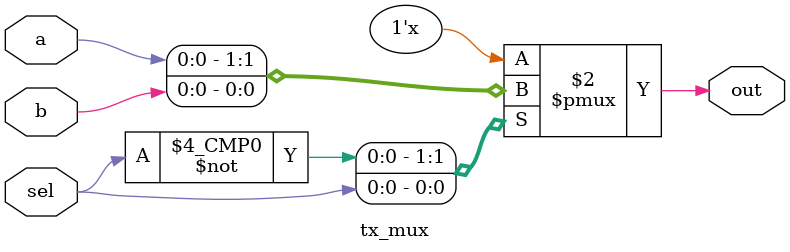
<source format=sv>
`timescale 1ns / 1ps

module tx_datapath (
input logic         clk,reset,load_en,tx_enable,tx_sel,
input logic         [7:0]in,
output logic        out,data_transmitted


);
logic piso_out;
logic idol = 1'b1;



piso PISO(
          .clk(clk),.reset(reset),
          .tx_enable(tx_enable),.load_en(load_en),
          .in(in),         .out(piso_out)
);    

tx_counter TX_COUNTER(
            .clk(clk),.reset(reset),
            .tx_enable(tx_enable),
            .data_transmitted(data_transmitted)
);

tx_mux TX_MUX(
             .a(idol),.b(piso_out),
             .sel(tx_sel),
             .out(out)  
);



    
endmodule

/////////////////////////Parallel In Serial OUt Shift Register/////////////////////////////////////////////////////////////////
module piso(
input logic            clk,reset,
input logic            tx_enable,load_en,
input logic            [7:0]in,  
output logic           out
);
logic [9:0]q;

always_ff @( posedge clk or negedge reset ) begin 
    if (!reset)begin
        q <= 10'b1111111111;
    end    
    else begin  
        if (load_en)begin
            q[0]    <= 1'b0;
            q[8:1]  <= in;
            q[9]    <= 1'b1;
        end    
        else begin
            if (tx_enable) begin
                out <= q[0];
                q  <=   q>>1;  
            end
            else 
                out <= 1'b1;
        end
    end
end
    
endmodule
////////////////////////////////////////////////////////////////////////////////////////////////////////////////////////////

///////////////////////////////////////For counting the tramnsmitted bits///////////////////////////////////////////////////
module tx_counter (
    input logic     clk,reset,
    input logic     tx_enable,
    output logic    data_transmitted
);
localparam  max_count = 4'd10 ;
reg [3:0]counter;

always_ff @(posedge clk or negedge reset)begin
    if (!reset) begin
       counter <= 'h0;
       data_transmitted <= 1'b0;
    end
    else begin
        if(tx_enable)begin
            if (counter == max_count-1)begin
                data_transmitted <= 1'b1;
                counter <= 'h0;
            end
            else begin
                data_transmitted <= 1'b0;
                counter <= counter + 1;
        end
    end   

    end
end
    
endmodule
//////////////////////////////////////////////////////////////////////////////////////////////////////////////////////////////////

//////////////////////////////////////////////////TX_MUX///////////////////////////////////////////////////////////////////////////
module tx_mux (
    input logic         a,b,
    input logic         sel,
    output logic        out  
);
always_comb begin 
    case (sel)
        1'b0 : out = a;
        1'b1 : out = b;
        default: out = 1'b1;
    endcase
end

endmodule

</source>
